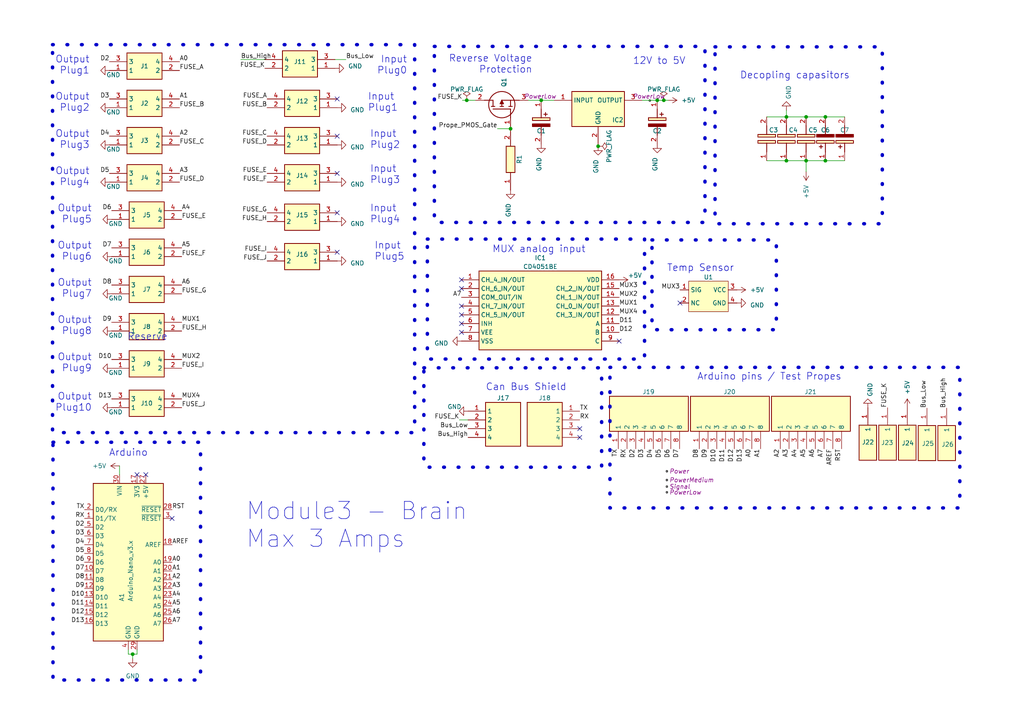
<source format=kicad_sch>
(kicad_sch (version 20230121) (generator eeschema)
  (paper "A4")
  (lib_symbols
    (symbol "515D225M100JA6AE3_1" (pin_names hide)
      (property "Reference" "C" (at 8.89 6.35 0))
      (property "Value" "515D225M100JA6AE3" (at 8.89 3.81 0))
      (symbol "515D225M100JA6AE3_1_1_1"
        (pin passive line (at 0 0 0) (length 2.54) (name "+") (number "1"))
        (pin passive line (at 12.7 0 180) (length 2.54) (name "-") (number "2"))
      )
    )
    (symbol "515D225M100JA6AE3_2" (pin_names hide)
      (property "Reference" "C" (at 8.89 6.35 0))
      (property "Value" "515D225M100JA6AE3" (at 8.89 3.81 0))
      (symbol "515D225M100JA6AE3_2_1_1"
        (pin passive line (at 0 0 0) (length 2.54) (name "+") (number "1"))
        (pin passive line (at 12.7 0 180) (length 2.54) (name "-") (number "2"))
      )
    )
    (symbol "515D225M100JA6AE3_3" (pin_names hide)
      (property "Reference" "C" (at 8.89 6.35 0))
      (property "Value" "515D225M100JA6AE3" (at 8.89 3.81 0))
      (symbol "515D225M100JA6AE3_3_1_1"
        (pin passive line (at 0 0 0) (length 2.54) (name "+") (number "1"))
        (pin passive line (at 12.7 0 180) (length 2.54) (name "-") (number "2"))
      )
    )
    (symbol "L7805CV-DG_1"
      (property "Reference" "IC" (at 6.35 7.62 0))
      (property "Value" "L7805CV-DG" (at 6.35 5.08 0))
      (symbol "L7805CV-DG_1_1_1"
        (pin passive line (at 0 0 0) (length 5.08) (name "INPUT") (number "1"))
        (pin passive line (at 12.7 -12.7 90) (length 5.08) (name "GND") (number "2"))
        (pin passive line (at 25.4 0 180) (length 5.08) (name "OUTPUT") (number "3"))
      )
    )
    (symbol "MCU_Module:Arduino_Nano_v3.x"
      (property "Reference" "A" (at -10.16 23.495 0))
      (property "Value" "Arduino_Nano_v3.x" (at 5.08 -24.13 0))
      (symbol "Arduino_Nano_v3.x_1_1"
        (pin bidirectional line (at -12.7 12.7 0) (length 2.54) (name "D1/TX") (number "1"))
        (pin bidirectional line (at -12.7 -2.54 0) (length 2.54) (name "D7") (number "10"))
        (pin bidirectional line (at -12.7 -5.08 0) (length 2.54) (name "D8") (number "11"))
        (pin bidirectional line (at -12.7 -7.62 0) (length 2.54) (name "D9") (number "12"))
        (pin bidirectional line (at -12.7 -10.16 0) (length 2.54) (name "D10") (number "13"))
        (pin bidirectional line (at -12.7 -12.7 0) (length 2.54) (name "D11") (number "14"))
        (pin bidirectional line (at -12.7 -15.24 0) (length 2.54) (name "D12") (number "15"))
        (pin bidirectional line (at -12.7 -17.78 0) (length 2.54) (name "D13") (number "16"))
        (pin power_out line (at 2.54 25.4 270) (length 2.54) (name "3V3") (number "17"))
        (pin input line (at 12.7 5.08 180) (length 2.54) (name "AREF") (number "18"))
        (pin bidirectional line (at 12.7 0 180) (length 2.54) (name "A0") (number "19"))
        (pin bidirectional line (at -12.7 15.24 0) (length 2.54) (name "D0/RX") (number "2"))
        (pin bidirectional line (at 12.7 -2.54 180) (length 2.54) (name "A1") (number "20"))
        (pin bidirectional line (at 12.7 -5.08 180) (length 2.54) (name "A2") (number "21"))
        (pin bidirectional line (at 12.7 -7.62 180) (length 2.54) (name "A3") (number "22"))
        (pin bidirectional line (at 12.7 -10.16 180) (length 2.54) (name "A4") (number "23"))
        (pin bidirectional line (at 12.7 -12.7 180) (length 2.54) (name "A5") (number "24"))
        (pin bidirectional line (at 12.7 -15.24 180) (length 2.54) (name "A6") (number "25"))
        (pin bidirectional line (at 12.7 -17.78 180) (length 2.54) (name "A7") (number "26"))
        (pin power_out line (at 5.08 25.4 270) (length 2.54) (name "+5V") (number "27"))
        (pin input line (at 12.7 15.24 180) (length 2.54) (name "~{RESET}") (number "28"))
        (pin power_in line (at 2.54 -25.4 90) (length 2.54) (name "GND") (number "29"))
        (pin input line (at 12.7 12.7 180) (length 2.54) (name "~{RESET}") (number "3"))
        (pin power_in line (at -2.54 25.4 270) (length 2.54) (name "VIN") (number "30"))
        (pin power_in line (at 0 -25.4 90) (length 2.54) (name "GND") (number "4"))
        (pin bidirectional line (at -12.7 10.16 0) (length 2.54) (name "D2") (number "5"))
        (pin bidirectional line (at -12.7 7.62 0) (length 2.54) (name "D3") (number "6"))
        (pin bidirectional line (at -12.7 5.08 0) (length 2.54) (name "D4") (number "7"))
        (pin bidirectional line (at -12.7 2.54 0) (length 2.54) (name "D5") (number "8"))
        (pin bidirectional line (at -12.7 0 0) (length 2.54) (name "D6") (number "9"))
      )
    )
    (symbol "SamacSys_Parts0:293-10K-RC" (pin_names hide)
      (property "Reference" "R" (at 8.2 0.9 0))
      (property "Value" "293-10K-RC" (at 2.54 3.81 0))
      (symbol "293-10K-RC_1_1"
        (pin passive line (at 0 0 0) (length 5.08) (name "1") (number "1"))
        (pin passive line (at 17.78 0 180) (length 5.08) (name "2") (number "2"))
      )
    )
    (symbol "SamacSys_Parts1:2314876-4"
      (property "Reference" "J" (at 16.51 7.62 0))
      (property "Value" "2314876-4" (at 16.51 5.08 0))
      (symbol "2314876-4_1_1"
        (pin passive line (at 0 0 0) (length 5.08) (name "1") (number "1"))
        (pin passive line (at 0 -2.54 0) (length 5.08) (name "2") (number "2"))
        (pin passive line (at 0 -5.08 0) (length 5.08) (name "3") (number "3"))
        (pin passive line (at 0 -7.62 0) (length 5.08) (name "4") (number "4"))
      )
    )
    (symbol "SamacSys_Parts1:39-28-1043"
      (property "Reference" "J" (at 16.51 7.62 0))
      (property "Value" "39-28-1043" (at 16.51 5.08 0))
      (symbol "39-28-1043_1_1"
        (pin passive line (at 0 0 0) (length 5.08) (name "1") (number "1"))
        (pin passive line (at 20.32 0 180) (length 5.08) (name "2") (number "2"))
        (pin passive line (at 0 -2.54 0) (length 5.08) (name "3") (number "3"))
        (pin passive line (at 20.32 -2.54 180) (length 5.08) (name "4") (number "4"))
      )
    )
    (symbol "SamacSys_Parts1:39-30-1040"
      (property "Reference" "J" (at 16.51 7.62 0))
      (property "Value" "39-30-1040" (at 16.51 5.08 0))
      (symbol "39-30-1040_1_1"
        (pin passive line (at 20.32 -2.54 180) (length 5.08) (name "1") (number "1"))
        (pin passive line (at 0 -2.54 0) (length 5.08) (name "2") (number "2"))
        (pin passive line (at 20.32 0 180) (length 5.08) (name "3") (number "3"))
        (pin passive line (at 0 0 0) (length 5.08) (name "4") (number "4"))
      )
    )
    (symbol "SamacSys_Parts1:87224-1"
      (property "Reference" "J" (at 16.51 7.62 0))
      (property "Value" "87224-1" (at 16.51 5.08 0))
      (symbol "87224-1_1_1"
        (pin passive line (at 0 0 0) (length 5.08) (name "1") (number "1"))
      )
    )
    (symbol "SamacSys_Parts1:CD4051BE"
      (property "Reference" "IC" (at 41.91 7.62 0))
      (property "Value" "CD4051BE" (at 41.91 5.08 0))
      (symbol "CD4051BE_1_1"
        (pin passive line (at 0 0 0) (length 5.08) (name "CH_4_IN/OUT") (number "1"))
        (pin passive line (at 45.72 -15.24 180) (length 5.08) (name "B") (number "10"))
        (pin passive line (at 45.72 -12.7 180) (length 5.08) (name "A") (number "11"))
        (pin passive line (at 45.72 -10.16 180) (length 5.08) (name "CH_3_IN/OUT") (number "12"))
        (pin passive line (at 45.72 -7.62 180) (length 5.08) (name "CH_0_IN/OUT") (number "13"))
        (pin passive line (at 45.72 -5.08 180) (length 5.08) (name "CH_1_IN/OUT") (number "14"))
        (pin passive line (at 45.72 -2.54 180) (length 5.08) (name "CH_2_IN/OUT") (number "15"))
        (pin passive line (at 45.72 0 180) (length 5.08) (name "VDD") (number "16"))
        (pin passive line (at 0 -2.54 0) (length 5.08) (name "CH_6_IN/OUT") (number "2"))
        (pin passive line (at 0 -5.08 0) (length 5.08) (name "COM_OUT/IN") (number "3"))
        (pin passive line (at 0 -7.62 0) (length 5.08) (name "CH_7_IN/OUT") (number "4"))
        (pin passive line (at 0 -10.16 0) (length 5.08) (name "CH_5_IN/OUT") (number "5"))
        (pin passive line (at 0 -12.7 0) (length 5.08) (name "INH") (number "6"))
        (pin passive line (at 0 -15.24 0) (length 5.08) (name "VEE") (number "7"))
        (pin passive line (at 0 -17.78 0) (length 5.08) (name "VSS") (number "8"))
        (pin passive line (at 45.72 -17.78 180) (length 5.08) (name "C") (number "9"))
      )
    )
    (symbol "SamacSys_Parts1:IRF4905PBF" (pin_names hide)
      (property "Reference" "Q" (at 11.43 3.81 0))
      (property "Value" "IRF4905PBF" (at 11.43 1.27 0))
      (symbol "IRF4905PBF_1_1"
        (pin passive line (at 0 0 0) (length 2.54) (name "G") (number "1"))
        (pin passive line (at 7.62 10.16 270) (length 2.54) (name "D") (number "2"))
        (pin passive line (at 7.62 -5.08 90) (length 2.54) (name "S") (number "3"))
      )
    )
    (symbol "SamacSys_Parts1:MAL214250102E3" (pin_names hide)
      (property "Reference" "C" (at 8.89 6.35 0))
      (property "Value" "MAL214250102E3" (at 8.89 3.81 0))
      (symbol "MAL214250102E3_1_1"
        (pin passive line (at 0 0 0) (length 2.54) (name "+") (number "1"))
        (pin passive line (at 12.7 0 180) (length 2.54) (name "-") (number "2"))
      )
    )
    (symbol "SamacSys_Parts1:SSW-108-02-G-S-RA-001"
      (property "Reference" "J" (at 16.51 7.62 0))
      (property "Value" "SSW-108-02-G-S-RA-001" (at 16.51 5.08 0))
      (symbol "SSW-108-02-G-S-RA-001_1_1"
        (pin passive line (at 0 0 0) (length 5.08) (name "1") (number "1"))
        (pin passive line (at 0 -2.54 0) (length 5.08) (name "2") (number "2"))
        (pin passive line (at 0 -5.08 0) (length 5.08) (name "3") (number "3"))
        (pin passive line (at 0 -7.62 0) (length 5.08) (name "4") (number "4"))
        (pin passive line (at 0 -10.16 0) (length 5.08) (name "5") (number "5"))
        (pin passive line (at 0 -12.7 0) (length 5.08) (name "6") (number "6"))
        (pin passive line (at 0 -15.24 0) (length 5.08) (name "7") (number "7"))
        (pin passive line (at 0 -17.78 0) (length 5.08) (name "8") (number "8"))
      )
    )
    (symbol "power:+5V" (power) (pin_names (offset 0))
      (property "Value" "+5V" (at 0 3.556 0))
      (symbol "+5V_1_1"
        (pin power_in line (at 0 0 90) (length 0) hide (name "+5V") (number "1"))
      )
    )
    (symbol "power:GND" (power) (pin_names (offset 0))
      (property "Value" "GND" (at 0 -3.81 0))
      (symbol "GND_1_1"
        (pin power_in line (at 0 0 270) (length 0) hide (name "GND") (number "1"))
      )
    )
    (symbol "power:PWR_FLAG" (power) (pin_numbers hide) (pin_names (offset 0) hide)
      (property "Value" "PWR_FLAG" (at 0 3.81 0))
      (symbol "PWR_FLAG_0_0"
        (pin power_out line (at 0 0 90) (length 0) (name "pwr") (number "1"))
      )
    )
    (symbol "sku_101020015:SKU_101020015"
      (property "Reference" "U1" (at 3.175 3.175 0))
      (symbol "SKU_101020015_1_1"
        (pin output line (at -5.08 0 0) (length 2.54) (name "SIG") (number "1"))
        (pin input line (at -5.08 -3.81 0) (length 2.54) (name "NC") (number "2"))
        (pin input line (at 11.43 0 180) (length 2.54) (name "VCC") (number "3"))
        (pin input line (at 11.43 -3.81 180) (length 2.54) (name "GND") (number "4"))
      )
    )
  )
  (junction (at 38.481 189.738))
  (junction (at 156.972 29.083))
  (junction (at 173.482 42.418))
  (junction (at 148.082 37.338))
  (junction (at 228.092 33.909))
  (junction (at 239.395 33.909))
  (junction (at 239.395 46.609))
  (junction (at 192.532 29.083))
  (junction (at 190.627 29.083))
  (junction (at 233.807 46.609))
  (junction (at 135.382 29.083))
  (junction (at 233.807 33.909))
  (junction (at 228.092 46.609))
  (no_connect (at 97.79 50.292))
  (no_connect (at 49.911 150.368))
  (no_connect (at 97.79 61.722))
  (no_connect (at 97.79 39.497))
  (no_connect (at 168.148 126.873))
  (no_connect (at 168.148 124.333))
  (no_connect (at 197.231 87.884))
  (no_connect (at 133.858 81.153))
  (no_connect (at 133.858 96.393))
  (no_connect (at 133.858 88.773))
  (no_connect (at 133.858 83.693))
  (no_connect (at 133.858 93.853))
  (no_connect (at 133.858 91.313))
  (no_connect (at 42.291 137.668))
  (no_connect (at 97.79 28.702))
  (no_connect (at 39.751 137.668))
  (no_connect (at 97.79 73.152))
  (no_connect (at 179.578 98.933))
  (wire (pts (xy 100.33 17.272) (xy 97.155 17.272)))
  (wire (pts (xy 233.807 46.609) (xy 233.807 49.784)))
  (wire (pts (xy 144.272 37.338) (xy 148.082 37.338)))
  (wire (pts (xy 190.627 29.083) (xy 192.532 29.083)))
  (wire (pts (xy 38.481 189.738) (xy 38.481 191.008)))
  (wire (pts (xy 37.211 189.738) (xy 38.481 189.738)))
  (wire (pts (xy 228.092 33.909) (xy 233.807 33.909)))
  (wire (pts (xy 148.082 36.703) (xy 148.082 37.338)))
  (wire (pts (xy 39.751 189.738) (xy 39.751 188.468)))
  (wire (pts (xy 37.211 189.738) (xy 37.211 188.468)))
  (wire (pts (xy 133.223 121.793) (xy 135.763 121.793)))
  (wire (pts (xy 38.481 189.738) (xy 39.751 189.738)))
  (wire (pts (xy 137.922 29.083) (xy 135.382 29.083)))
  (wire (pts (xy 153.162 29.083) (xy 156.972 29.083)))
  (wire (pts (xy 192.532 29.083) (xy 193.802 29.083)))
  (wire (pts (xy 135.382 29.083) (xy 134.112 29.083)))
  (wire (pts (xy 233.807 33.909) (xy 239.395 33.909)))
  (wire (pts (xy 186.182 29.083) (xy 190.627 29.083)))
  (wire (pts (xy 228.092 46.609) (xy 233.807 46.609)))
  (wire (pts (xy 228.092 32.004) (xy 228.092 33.909)))
  (wire (pts (xy 222.377 33.909) (xy 228.092 33.909)))
  (wire (pts (xy 239.395 46.609) (xy 244.983 46.609)))
  (wire (pts (xy 233.807 46.609) (xy 239.395 46.609)))
  (wire (pts (xy 222.377 46.609) (xy 228.092 46.609)))
  (wire (pts (xy 76.835 17.272) (xy 69.85 17.272)))
  (wire (pts (xy 239.395 33.909) (xy 244.983 33.909)))
  (wire (pts (xy 156.972 29.083) (xy 160.782 29.083)))
  (wire (pts (xy 34.671 135.128) (xy 34.671 137.668)))
  (wire (pts (xy 173.482 41.783) (xy 173.482 42.418)))
  (rectangle (start 207.391 13.589) (end 255.905 64.897) (stroke (width 1) (type dot)))
  (rectangle (start 15.367 128.27) (end 58.166 197.231) (stroke (width 1) (type dot)))
  (rectangle (start 176.911 106.553) (end 278.384 147.32) (stroke (width 1) (type dot)))
  (rectangle (start 125.984 13.462) (end 204.47 64.516) (stroke (width 1) (type dot)))
  (rectangle (start 122.936 106.68) (end 174.498 135.509) (stroke (width 1) (type dot)))
  (rectangle (start 15.24 12.954) (end 120.269 125.476) (stroke (width 1) (type dot)))
  (rectangle (start 123.952 69.342) (end 186.944 104.14) (stroke (width 1) (type dot)))
  (rectangle (start 189.103 69.596) (end 225.171 95.631) (stroke (width 1) (type dot)))
  (text "Output\nPlug5" (at 26.67 64.897 0) (effects (font (size 2 2)) (justify right bottom)))
  (text "Output\nPlug9" (at 26.67 108.077 0) (effects (font (size 2 2)) (justify right bottom)))
  (text "Input\nPlug0" (at 118.11 21.717 0) (effects (font (size 2 2)) (justify right bottom)))
  (text "Output\nPlug8" (at 26.67 97.282 0) (effects (font (size 2 2)) (justify right bottom)))
  (text "Arduino" (at 42.926 132.588 0) (effects (font (size 2 2)) (justify right bottom)))
  (text "Input\nPlug5" (at 108.585 75.692 0) (effects (font (size 2 2)) (justify left bottom)))
  (text "Output\nPlug10" (at 26.67 119.507 0) (effects (font (size 2 2)) (justify right bottom)))
  (text "Arduino pins / Test Propes" (at 202.184 110.49 0) (effects (font (size 2 2)) (justify left bottom)))
  (text "Output\nPlug1" (at 26.035 21.717 0) (effects (font (size 2 2)) (justify right bottom)))
  (text "Module3 - Brain\nMax 3 Amps\n\n" (at 71.247 167.386 0) (effects (font (size 5 5)) (justify left bottom)))
  (text "Temp Sensor" (at 193.421 78.994 0) (effects (font (size 2 2)) (justify left bottom)))
  (text "Reserve" (at 48.641 98.933 0) (effects (font (size 2 2)) (justify right bottom)))
  (text "Output\nPlug7" (at 26.67 86.487 0) (effects (font (size 2 2)) (justify right bottom)))
  (text "Output\nPlug4" (at 26.035 54.102 0) (effects (font (size 2 2)) (justify right bottom)))
  (text "Reverse Voltage\nProtection" (at 154.432 21.463 0) (effects (font (size 2 2)) (justify right bottom)))
  (text "Output\nPlug6" (at 26.67 75.692 0) (effects (font (size 2 2)) (justify right bottom)))
  (text "Output\nPlug2" (at 26.035 32.512 0) (effects (font (size 2 2)) (justify right bottom)))
  (text "Input\nPlug2" (at 107.315 43.307 0) (effects (font (size 2 2)) (justify left bottom)))
  (text "Input\nPlug3" (at 107.315 53.467 0) (effects (font (size 2 2)) (justify left bottom)))
  (text "12V to 5V" (at 198.882 18.923 0) (effects (font (size 2 2)) (justify right bottom)))
  (text "Can Bus Shield" (at 140.843 113.538 0) (effects (font (size 2 2)) (justify left bottom)))
  (text "Output\nPlug3" (at 26.035 43.307 0) (effects (font (size 2 2)) (justify right bottom)))
  (text "MUX analog input" (at 142.748 73.533 0) (effects (font (size 2 2)) (justify left bottom)))
  (text "Decopling capasitors" (at 246.507 23.114 0) (effects (font (size 2 2)) (justify right bottom)))
  (text "Input\nPlug1" (at 106.68 32.512 0) (effects (font (size 2 2)) (justify left bottom)))
  (text "Input\nPlug4" (at 107.315 64.897 0) (effects (font (size 2 2)) (justify left bottom)))
  (label "D13" (at 24.511 180.848 180))
  (label "MUX3" (at 197.231 84.074 180))
  (label "A5" (at 52.705 71.882 0))
  (label "D12" (at 179.578 96.393 0))
  (label "MUX2" (at 179.578 86.233 0))
  (label "MUX3" (at 179.578 83.693 0))
  (label "Bus_Low" (at 100.33 17.272 0))
  (label "D11" (at 24.511 175.768 180))
  (label "D4" (at 24.511 157.988 180))
  (label "D10" (at 32.385 104.267 180))
  (label "TX" (at 24.511 147.828 180))
  (label "FUSE_A" (at 77.47 28.702 180))
  (label "Bus_High" (at 274.574 118.364 90))
  (label "A5" (at 233.934 130.175 270))
  (label "D3" (at 31.75 28.702 180))
  (label "A1" (at 52.07 28.702 0))
  (label "FUSE_G" (at 77.47 61.722 180))
  (label "FUSE_E" (at 77.47 50.292 180))
  (label "A3" (at 228.854 130.175 270))
  (label "D9" (at 24.511 170.688 180))
  (label "D11" (at 179.578 93.853 0))
  (label "FUSE_J" (at 77.47 75.692 180))
  (label "FUSE_J" (at 52.705 118.237 0))
  (label "D6" (at 32.385 61.087 180))
  (label "D13" (at 32.385 115.697 180))
  (label "D4" (at 189.484 130.175 270))
  (label "A6" (at 49.911 178.308 0))
  (label "FUSE_C" (at 52.07 42.037 0))
  (label "MUX2" (at 52.705 104.267 0))
  (label "D5" (at 31.75 50.292 180))
  (label "FUSE_F" (at 52.705 74.422 0))
  (label "AREF" (at 241.554 130.175 270))
  (label "D2" (at 24.511 152.908 180))
  (label "D3" (at 24.511 155.448 180))
  (label "D6" (at 24.511 163.068 180))
  (label "FUSE_D" (at 77.47 42.037 180))
  (label "D13" (at 215.519 130.175 270))
  (label "FUSE_F" (at 77.47 52.832 180))
  (label "D9" (at 205.359 130.175 270))
  (label "A2" (at 226.314 130.175 270))
  (label "D2" (at 184.404 130.175 270))
  (label "Bus_High" (at 135.763 126.873 180))
  (label "A6" (at 52.705 82.677 0))
  (label "D12" (at 212.979 130.175 270))
  (label "A7" (at 49.911 180.848 0))
  (label "FUSE_D" (at 52.07 52.832 0))
  (label "D12" (at 24.511 178.308 180))
  (label "D9" (at 32.385 93.472 180))
  (label "D8" (at 202.819 130.175 270))
  (label "FUSE_I" (at 77.47 73.152 180))
  (label "A4" (at 52.705 61.087 0))
  (label "Bus_Low" (at 135.763 124.333 180))
  (label "FUSE_K" (at 76.835 19.812 180))
  (label "MUX4" (at 179.578 91.313 0))
  (label "FUSE_E" (at 52.705 63.627 0))
  (label "FUSE_I" (at 52.705 106.807 0))
  (label "A1" (at 49.911 165.608 0))
  (label "Bus_Low" (at 268.859 118.364 90))
  (label "D3" (at 186.944 130.175 270))
  (label "A2" (at 52.07 39.497 0))
  (label "D2" (at 31.75 17.907 180))
  (label "A0" (at 49.911 163.068 0))
  (label "D11" (at 210.439 130.175 270))
  (label "D5" (at 24.511 160.528 180))
  (label "RX" (at 24.511 150.368 180))
  (label "FUSE_A" (at 52.07 20.447 0))
  (label "D7" (at 197.104 130.175 270))
  (label "Bus_High" (at 69.85 17.272 0))
  (label "D8" (at 32.385 82.677 180))
  (label "FUSE_H" (at 52.705 96.012 0))
  (label "A5" (at 49.911 175.768 0))
  (label "MUX1" (at 52.705 93.472 0))
  (label "RX" (at 181.864 130.175 270))
  (label "A3" (at 49.911 170.688 0))
  (label "D8" (at 24.511 168.148 180))
  (label "Prope_PMOS_Gate" (at 144.272 37.338 180))
  (label "A6" (at 236.474 130.175 270))
  (label "RST" (at 49.911 147.828 0))
  (label "TX" (at 179.324 130.175 270))
  (label "A7" (at 239.014 130.175 270))
  (label "D6" (at 194.564 130.175 270))
  (label "A3" (at 52.07 50.292 0))
  (label "RST" (at 244.094 130.175 270))
  (label "FUSE_H" (at 77.47 64.262 180))
  (label "MUX1" (at 179.578 88.773 0))
  (label "FUSE_C" (at 77.47 39.497 180))
  (label "A2" (at 49.911 168.148 0))
  (label "A0" (at 218.059 130.175 270))
  (label "D7" (at 32.385 71.882 180))
  (label "D7" (at 24.511 165.608 180))
  (label "FUSE_K" (at 133.223 121.793 180))
  (label "A7" (at 133.858 86.233 180))
  (label "FUSE_B" (at 77.47 31.242 180))
  (label "A4" (at 49.911 173.228 0))
  (label "MUX4" (at 52.705 115.697 0))
  (label "A1" (at 220.599 130.175 270))
  (label "FUSE_K" (at 134.112 29.083 180))
  (label "D5" (at 192.024 130.175 270))
  (label "FUSE_K" (at 257.429 118.237 90))
  (label "AREF" (at 49.911 157.988 0))
  (label "A4" (at 231.394 130.175 270))
  (label "D4" (at 31.75 39.497 180))
  (label "TX" (at 168.148 119.253 0))
  (label "FUSE_B" (at 52.07 31.242 0))
  (label "A0" (at 52.07 17.907 0))
  (label "FUSE_G" (at 52.705 85.217 0))
  (label "D10" (at 207.899 130.175 270))
  (label "RX" (at 168.148 121.793 0))
  (label "D10" (at 24.511 173.228 180))
  (netclass_flag "" (length 0.1) (shape dot) (at 188.468 29.083 180) (property "Netclass" "PowerLow" (at 183.515 27.94 0) (effects (font italic) (justify left))))
  (netclass_flag "" (length 0.1) (shape dot) (at 193.421 136.779 0) (property "Power" "Power" (at 194.1195 136.679 0) (effects (font italic) (justify left))))
  (netclass_flag "" (length 0.1) (shape dot) (at 193.421 141.224 0) (property "Signal" "Signal" (at 194.1195 141.124 0) (effects (font italic) (justify left))))
  (netclass_flag "" (length 0.1) (shape dot) (at 193.421 139.319 0) (property "PowerMedium" "PowerMedium" (at 194.1195 139.219 0) (effects (font italic) (justify left))))
  (netclass_flag "" (length 0.1) (shape dot) (at 156.972 29.083 180) (property "Netclass" "PowerLow" (at 152.019 27.94 0) (effects (font italic) (justify left))))
  (netclass_flag "" (length 0.1) (shape dot) (at 193.421 142.875 0) (property "PowerLow" "PowerLow" (at 194.1195 142.775 0) (effects (font italic) (justify left))))
  (symbol (lib_id "power:GND") (at 97.79 31.242 90) (unit 1)
    (property "Reference" "#PWR014" (effects hide))
    (property "Value" "GND" (at 101.6 31.877 90) (effects (justify right)))
  )
  (symbol (lib_id "power:PWR_FLAG") (at 173.482 42.418 270) (mirror x) (unit 1)
    (property "Reference" "#FLG02" (effects hide))
    (property "Value" "PWR_FLAG" (at 176.657 42.418 0))
  )
  (symbol (lib_id "SamacSys_Parts1:39-28-1043") (at 32.385 96.012 0) (mirror x) (unit 1)
    (property "Reference" "J8" (at 42.545 94.742 0))
    (property "Value" "39-28-1043" (effects hide))
    (property "Footprint" "39-28-1043" (effects hide))
    (property "Datasheet" "https://www.molex.com/pdm_docs/sd/039281023_sd.pdf" (effects hide))
    (property "Height" "12.8" (effects hide))
    (property "Manufacturer_Name" "Molex" (effects hide))
    (property "Manufacturer_Part_Number" "39-28-1043" (effects hide))
    (property "Mouser Part Number" "538-39-28-1043" (effects hide))
    (property "Mouser Price/Stock" "https://www.mouser.co.uk/ProductDetail/Molex/39-28-1043?qs=LQQHZ4xw2XCMHoV0KRLGhg%3D%3D" (effects hide))
    (property "Arrow Part Number" "39-28-1043" (effects hide))
    (property "Arrow Price/Stock" "https://www.arrow.com/en/products/39-28-1043/molex?region=nac" (effects hide))
  )
  (symbol (lib_name "L7805CV-DG_1") (lib_id "SamacSys_Parts1:L7805CV-DG") (at 160.782 29.083 0) (unit 1)
    (property "Reference" "IC2" (at 179.197 34.798 0))
    (property "Value" "L7805CV-DG" (effects hide))
    (property "Footprint" "TO255P460X1020X2008-3P" (effects hide))
    (property "Datasheet" "http://www.st.com/web/en/resource/technical/document/datasheet/CD00000444.pdf" (effects hide))
    (property "Height" "4.6" (effects hide))
    (property "Manufacturer_Name" "STMicroelectronics" (effects hide))
    (property "Manufacturer_Part_Number" "L7805CV-DG" (effects hide))
    (property "Mouser Part Number" "511-L7805CV-DG" (effects hide))
    (property "Mouser Price/Stock" "https://www.mouser.co.uk/ProductDetail/STMicroelectronics/L7805CV-DG?qs=T%2FOtf55vL7c3O0as9P9fAw%3D%3D" (effects hide))
    (property "Arrow Part Number" "L7805CV-DG" (effects hide))
    (property "Arrow Price/Stock" "https://www.arrow.com/en/products/l7805cv-dg/stmicroelectronics?region=europe" (effects hide))
  )
  (symbol (lib_id "SamacSys_Parts1:2314876-4") (at 168.148 119.253 0) (mirror y) (unit 1)
    (property "Reference" "J18" (at 157.988 115.443 0))
    (property "Value" "2314876-4" (effects hide))
    (property "Footprint" "RHDR4W60P0X200_1X4_800X500X450P" (effects hide))
    (property "Datasheet" "https://www.te.com/commerce/DocumentDelivery/DDEController?Action=showdoc&DocId=Customer+Drawing%7F2307764%7FA%7Fpdf%7FEnglish%7FENG_CD_2307764_A.pdf%7F1-2314876-0" (effects hide))
    (property "Height" "4.5" (effects hide))
    (property "Manufacturer_Name" "TE Connectivity" (effects hide))
    (property "Manufacturer_Part_Number" "2314876-4" (effects hide))
    (property "Mouser Part Number" "571-2314876-4" (effects hide))
    (property "Mouser Price/Stock" "https://www.mouser.co.uk/ProductDetail/TE-Connectivity/2314876-4?qs=P1JMDcb91o4TFb9wMuu7lg%3D%3D" (effects hide))
    (property "Arrow Part Number" "2314876-4" (effects hide))
    (property "Arrow Price/Stock" "https://www.arrow.com/en/products/2314876-4/te-connectivity" (effects hide))
  )
  (symbol (lib_id "power:GND") (at 148.082 55.118 0) (mirror y) (unit 1)
    (property "Reference" "#PWR021" (effects hide))
    (property "Value" "GND" (at 147.447 58.928 90) (effects (justify right)))
  )
  (symbol (lib_id "SamacSys_Parts1:87224-1") (at 257.429 118.237 90) (mirror x) (unit 1)
    (property "Reference" "J23" (at 255.524 128.397 90) (effects (justify right)))
    (property "Value" "87224-1" (effects hide))
    (property "Footprint" "HDRV1W66P0X254_1X1_213X254X1074P" (effects hide))
    (property "Datasheet" "https://www.te.com/commerce/DocumentDelivery/DDEController?Action=srchrtrv&DocNm=87224&DocType=Customer+Drawing&DocLang=English" (effects hide))
    (property "Height" "10.744" (effects hide))
    (property "Manufacturer_Name" "TE Connectivity" (effects hide))
    (property "Manufacturer_Part_Number" "87224-1" (effects hide))
    (property "Mouser Part Number" "571-872241" (effects hide))
    (property "Mouser Price/Stock" "https://www.mouser.co.uk/ProductDetail/TE-Connectivity/87224-1?qs=uJX40y%252BSWqgHHhtbHlovpg%3D%3D" (effects hide))
    (property "Arrow Part Number" "87224-1" (effects hide))
    (property "Arrow Price/Stock" "https://www.arrow.com/en/products/87224-1/te-connectivity?region=nac" (effects hide))
  )
  (symbol (lib_id "power:GND") (at 32.385 106.807 270) (unit 1)
    (property "Reference" "#PWR09" (effects hide))
    (property "Value" "GND" (at 35.56 108.077 90) (effects (justify right)))
  )
  (symbol (lib_id "SamacSys_Parts1:39-30-1040") (at 77.47 28.702 0) (unit 1)
    (property "Reference" "J12" (at 87.63 29.337 0))
    (property "Value" "39-30-1040" (effects hide))
    (property "Footprint" "39-30-104Y" (effects hide))
    (property "Datasheet" "https://www.molex.com/pdm_docs/sd/039300020_sd.pdf" (effects hide))
    (property "Height" "10" (effects hide))
    (property "Manufacturer_Name" "Molex" (effects hide))
    (property "Manufacturer_Part_Number" "39-30-1040" (effects hide))
    (property "Mouser Part Number" "538-39-30-1040" (effects hide))
    (property "Mouser Price/Stock" "https://www.mouser.co.uk/ProductDetail/Molex/39-30-1040?qs=tRPrwvvr%2FugKtPXHFlZTbg%3D%3D" (effects hide))
  )
  (symbol (lib_id "SamacSys_Parts1:39-28-1043") (at 31.75 52.832 0) (mirror x) (unit 1)
    (property "Reference" "J4" (at 41.91 51.562 0))
    (property "Value" "39-28-1043" (effects hide))
    (property "Footprint" "39-28-1043" (effects hide))
    (property "Datasheet" "https://www.molex.com/pdm_docs/sd/039281023_sd.pdf" (effects hide))
    (property "Height" "12.8" (effects hide))
    (property "Manufacturer_Name" "Molex" (effects hide))
    (property "Manufacturer_Part_Number" "39-28-1043" (effects hide))
    (property "Mouser Part Number" "538-39-28-1043" (effects hide))
    (property "Mouser Price/Stock" "https://www.mouser.co.uk/ProductDetail/Molex/39-28-1043?qs=LQQHZ4xw2XCMHoV0KRLGhg%3D%3D" (effects hide))
    (property "Arrow Part Number" "39-28-1043" (effects hide))
    (property "Arrow Price/Stock" "https://www.arrow.com/en/products/39-28-1043/molex?region=nac" (effects hide))
  )
  (symbol (lib_id "power:+5V") (at 193.802 29.083 270) (mirror x) (unit 1)
    (property "Reference" "#PWR026" (effects hide))
    (property "Value" "+5V" (at 197.612 29.083 90) (effects (justify left)))
  )
  (symbol (lib_id "power:GND") (at 97.79 42.037 90) (unit 1)
    (property "Reference" "#PWR015" (effects hide))
    (property "Value" "GND" (at 101.6 42.672 90) (effects (justify right)))
  )
  (symbol (lib_id "SamacSys_Parts1:39-28-1043") (at 32.385 106.807 0) (mirror x) (unit 1)
    (property "Reference" "J9" (at 42.545 105.537 0))
    (property "Value" "39-28-1043" (effects hide))
    (property "Footprint" "39-28-1043" (effects hide))
    (property "Datasheet" "https://www.molex.com/pdm_docs/sd/039281023_sd.pdf" (effects hide))
    (property "Height" "12.8" (effects hide))
    (property "Manufacturer_Name" "Molex" (effects hide))
    (property "Manufacturer_Part_Number" "39-28-1043" (effects hide))
    (property "Mouser Part Number" "538-39-28-1043" (effects hide))
    (property "Mouser Price/Stock" "https://www.mouser.co.uk/ProductDetail/Molex/39-28-1043?qs=LQQHZ4xw2XCMHoV0KRLGhg%3D%3D" (effects hide))
    (property "Arrow Part Number" "39-28-1043" (effects hide))
    (property "Arrow Price/Stock" "https://www.arrow.com/en/products/39-28-1043/molex?region=nac" (effects hide))
  )
  (symbol (lib_name "515D225M100JA6AE3_3") (lib_id "SamacSys_Parts1:515D225M100JA6AE3") (at 222.377 46.609 270) (mirror x) (unit 1)
    (property "Reference" "C3" (at 223.012 37.719 90) (effects (justify left)))
    (property "Value" "515D225M100JA6AE3" (effects hide))
    (property "Footprint" "CAPPRD200W50D500H1100" (effects hide))
    (property "Datasheet" "https://www.mouser.co.uk/datasheet/2/427/515d-2888807.pdf" (effects hide))
    (property "Height" "11" (effects hide))
    (property "Manufacturer_Name" "Vishay" (effects hide))
    (property "Manufacturer_Part_Number" "515D225M100JA6AE3" (effects hide))
    (property "Mouser Part Number" "75-515D225M100JA6AE3" (effects hide))
    (property "Mouser Price/Stock" "https://www.mouser.co.uk/ProductDetail/Vishay-Sprague/515D225M100JA6AE3/?qs=HDhZcL5REib4kdCuo%252BiXNQ%3D%3D" (effects hide))
  )
  (symbol (lib_id "SamacSys_Parts1:39-28-1043") (at 31.75 31.242 0) (mirror x) (unit 1)
    (property "Reference" "J2" (at 41.91 29.972 0))
    (property "Value" "39-28-1043" (effects hide))
    (property "Footprint" "39-28-1043" (effects hide))
    (property "Datasheet" "https://www.molex.com/pdm_docs/sd/039281023_sd.pdf" (effects hide))
    (property "Height" "12.8" (effects hide))
    (property "Manufacturer_Name" "Molex" (effects hide))
    (property "Manufacturer_Part_Number" "39-28-1043" (effects hide))
    (property "Mouser Part Number" "538-39-28-1043" (effects hide))
    (property "Mouser Price/Stock" "https://www.mouser.co.uk/ProductDetail/Molex/39-28-1043?qs=LQQHZ4xw2XCMHoV0KRLGhg%3D%3D" (effects hide))
    (property "Arrow Part Number" "39-28-1043" (effects hide))
    (property "Arrow Price/Stock" "https://www.arrow.com/en/products/39-28-1043/molex?region=nac" (effects hide))
  )
  (symbol (lib_id "SamacSys_Parts1:87224-1") (at 251.714 118.237 90) (mirror x) (unit 1)
    (property "Reference" "J22" (at 249.936 128.27 90) (effects (justify right)))
    (property "Value" "87224-1" (effects hide))
    (property "Footprint" "HDRV1W66P0X254_1X1_213X254X1074P" (effects hide))
    (property "Datasheet" "https://www.te.com/commerce/DocumentDelivery/DDEController?Action=srchrtrv&DocNm=87224&DocType=Customer+Drawing&DocLang=English" (effects hide))
    (property "Height" "10.744" (effects hide))
    (property "Manufacturer_Name" "TE Connectivity" (effects hide))
    (property "Manufacturer_Part_Number" "87224-1" (effects hide))
    (property "Mouser Part Number" "571-872241" (effects hide))
    (property "Mouser Price/Stock" "https://www.mouser.co.uk/ProductDetail/TE-Connectivity/87224-1?qs=uJX40y%252BSWqgHHhtbHlovpg%3D%3D" (effects hide))
    (property "Arrow Part Number" "87224-1" (effects hide))
    (property "Arrow Price/Stock" "https://www.arrow.com/en/products/87224-1/te-connectivity?region=nac" (effects hide))
  )
  (symbol (lib_id "power:GND") (at 32.385 96.012 270) (unit 1)
    (property "Reference" "#PWR08" (effects hide))
    (property "Value" "GND" (at 35.56 97.282 90) (effects (justify right)))
  )
  (symbol (lib_id "power:GND") (at 32.385 74.422 270) (unit 1)
    (property "Reference" "#PWR06" (effects hide))
    (property "Value" "GND" (at 35.56 75.692 90) (effects (justify right)))
  )
  (symbol (lib_id "power:+5V") (at 233.807 49.784 0) (mirror x) (unit 1)
    (property "Reference" "#PWR030" (effects hide))
    (property "Value" "+5V" (at 233.807 53.594 90) (effects (justify left)))
  )
  (symbol (lib_id "power:GND") (at 213.741 87.884 90) (unit 1)
    (property "Reference" "#PWR028" (effects hide))
    (property "Value" "GND" (at 217.551 88.519 90) (effects (justify right)))
  )
  (symbol (lib_id "power:GND") (at 97.155 19.812 90) (unit 1)
    (property "Reference" "#PWR013" (effects hide))
    (property "Value" "GND" (at 100.965 19.177 90) (effects (justify right)))
  )
  (symbol (lib_id "SamacSys_Parts1:39-30-1040") (at 76.835 17.272 0) (unit 1)
    (property "Reference" "J11" (at 86.995 17.907 0))
    (property "Value" "39-30-1040" (effects hide))
    (property "Footprint" "39-30-104Y" (effects hide))
    (property "Datasheet" "https://www.molex.com/pdm_docs/sd/039300020_sd.pdf" (effects hide))
    (property "Height" "10" (effects hide))
    (property "Manufacturer_Name" "Molex" (effects hide))
    (property "Manufacturer_Part_Number" "39-30-1040" (effects hide))
    (property "Mouser Part Number" "538-39-30-1040" (effects hide))
    (property "Mouser Price/Stock" "https://www.mouser.co.uk/ProductDetail/Molex/39-30-1040?qs=tRPrwvvr%2FugKtPXHFlZTbg%3D%3D" (effects hide))
  )
  (symbol (lib_id "power:GND") (at 31.75 20.447 270) (unit 1)
    (property "Reference" "#PWR01" (effects hide))
    (property "Value" "GND" (at 34.925 21.717 90) (effects (justify right)))
  )
  (symbol (lib_id "power:GND") (at 156.972 41.783 0) (mirror y) (unit 1)
    (property "Reference" "#PWR022" (effects hide))
    (property "Value" "GND" (at 156.337 45.593 90) (effects (justify right)))
  )
  (symbol (lib_id "SamacSys_Parts1:CD4051BE") (at 133.858 81.153 0) (unit 1)
    (property "Reference" "IC1" (at 156.718 74.803 0))
    (property "Value" "CD4051BE" (at 156.718 77.343 0))
    (property "Footprint" "Import:DIP794W53P254L1930H508Q16N" (effects hide))
    (property "Datasheet" "https://www.ti.com/lit/ds/symlink/cd4051b.pdf" (effects hide))
    (property "Height" "5" (effects hide))
    (property "Manufacturer_Name" "  (at -3.81 -8.89)" (effects hide))
    (property "Manufacturer_Part_Number" "  (descr \"A 16-LC-TT\")" (effects hide))
    (property "Mouser Part Number" "  (tags \"Connector\")" (effects hide))
    (property "Mouser Price/Stock" "  (attr through_hole)" (effects hide))
    (property "Arrow Part Number" "  (fp_text reference \"J**\" (at 0 0) (layer \"F.SilkS\")" (effects hide))
    (property "Arrow Price/Stock" "      (effects (font (size 1.27 1.27) (thickness 0.254)))" (effects hide))
  )
  (symbol (lib_id "power:+5V") (at 263.144 118.237 0) (mirror y) (unit 1)
    (property "Reference" "#PWR032" (effects hide))
    (property "Value" "+5V" (at 263.144 114.427 90) (effects (justify left)))
  )
  (symbol (lib_id "SamacSys_Parts1:87224-1") (at 263.144 118.237 90) (mirror x) (unit 1)
    (property "Reference" "J24" (at 261.493 128.524 90) (effects (justify right)))
    (property "Value" "87224-1" (effects hide))
    (property "Footprint" "HDRV1W66P0X254_1X1_213X254X1074P" (effects hide))
    (property "Datasheet" "https://www.te.com/commerce/DocumentDelivery/DDEController?Action=srchrtrv&DocNm=87224&DocType=Customer+Drawing&DocLang=English" (effects hide))
    (property "Height" "10.744" (effects hide))
    (property "Manufacturer_Name" "TE Connectivity" (effects hide))
    (property "Manufacturer_Part_Number" "87224-1" (effects hide))
    (property "Mouser Part Number" "571-872241" (effects hide))
    (property "Mouser Price/Stock" "https://www.mouser.co.uk/ProductDetail/TE-Connectivity/87224-1?qs=uJX40y%252BSWqgHHhtbHlovpg%3D%3D" (effects hide))
    (property "Arrow Part Number" "87224-1" (effects hide))
    (property "Arrow Price/Stock" "https://www.arrow.com/en/products/87224-1/te-connectivity?region=nac" (effects hide))
  )
  (symbol (lib_id "power:GND") (at 32.385 118.237 270) (unit 1)
    (property "Reference" "#PWR010" (effects hide))
    (property "Value" "GND" (at 35.56 119.507 90) (effects (justify right)))
  )
  (symbol (lib_id "power:GND") (at 97.79 52.832 90) (unit 1)
    (property "Reference" "#PWR016" (effects hide))
    (property "Value" "GND" (at 101.6 53.467 90) (effects (justify right)))
  )
  (symbol (lib_id "power:GND") (at 32.385 63.627 270) (unit 1)
    (property "Reference" "#PWR05" (effects hide))
    (property "Value" "GND" (at 35.56 64.897 90) (effects (justify right)))
  )
  (symbol (lib_id "SamacSys_Parts1:87224-1") (at 274.574 118.364 90) (mirror x) (unit 1)
    (property "Reference" "J26" (at 273.05 128.905 90) (effects (justify right)))
    (property "Value" "87224-1" (effects hide))
    (property "Footprint" "HDRV1W66P0X254_1X1_213X254X1074P" (effects hide))
    (property "Datasheet" "https://www.te.com/commerce/DocumentDelivery/DDEController?Action=srchrtrv&DocNm=87224&DocType=Customer+Drawing&DocLang=English" (effects hide))
    (property "Height" "10.744" (effects hide))
    (property "Manufacturer_Name" "TE Connectivity" (effects hide))
    (property "Manufacturer_Part_Number" "87224-1" (effects hide))
    (property "Mouser Part Number" "571-872241" (effects hide))
    (property "Mouser Price/Stock" "https://www.mouser.co.uk/ProductDetail/TE-Connectivity/87224-1?qs=uJX40y%252BSWqgHHhtbHlovpg%3D%3D" (effects hide))
    (property "Arrow Part Number" "87224-1" (effects hide))
    (property "Arrow Price/Stock" "https://www.arrow.com/en/products/87224-1/te-connectivity?region=nac" (effects hide))
  )
  (symbol (lib_id "power:GND") (at 32.385 85.217 270) (unit 1)
    (property "Reference" "#PWR07" (effects hide))
    (property "Value" "GND" (at 35.56 86.487 90) (effects (justify right)))
  )
  (symbol (lib_id "power:GND") (at 190.627 41.783 0) (mirror y) (unit 1)
    (property "Reference" "#PWR025" (effects hide))
    (property "Value" "GND" (at 189.992 45.593 90) (effects (justify right)))
  )
  (symbol (lib_id "power:GND") (at 31.75 31.242 270) (unit 1)
    (property "Reference" "#PWR02" (effects hide))
    (property "Value" "GND" (at 34.925 32.512 90) (effects (justify right)))
  )
  (symbol (lib_id "sku_101020015:SKU_101020015") (at 202.311 84.074 0) (unit 1)
    (property "Reference" "U1" (at 205.486 80.391 0))
    (property "Footprint" "Costum:SKU_101020015" (effects hide))
    (property "Datasheet" "https://componentsearchengine.com/model-request/101020015/Seeed%20Studio" (effects hide))
  )
  (symbol (lib_id "power:+5V") (at 34.671 135.128 90) (mirror x) (unit 1)
    (property "Reference" "#PWR011" (effects hide))
    (property "Value" "+5V" (at 30.861 135.128 90) (effects (justify left)))
  )
  (symbol (lib_id "power:+5V") (at 179.578 81.153 270) (mirror x) (unit 1)
    (property "Reference" "#PWR024" (effects hide))
    (property "Value" "+5V" (at 182.118 79.883 90) (effects (justify left)))
  )
  (symbol (lib_id "SamacSys_Parts1:39-28-1043") (at 32.385 74.422 0) (mirror x) (unit 1)
    (property "Reference" "J6" (at 42.545 73.152 0))
    (property "Value" "39-28-1043" (effects hide))
    (property "Footprint" "39-28-1043" (effects hide))
    (property "Datasheet" "https://www.molex.com/pdm_docs/sd/039281023_sd.pdf" (effects hide))
    (property "Height" "12.8" (effects hide))
    (property "Manufacturer_Name" "Molex" (effects hide))
    (property "Manufacturer_Part_Number" "39-28-1043" (effects hide))
    (property "Mouser Part Number" "538-39-28-1043" (effects hide))
    (property "Mouser Price/Stock" "https://www.mouser.co.uk/ProductDetail/Molex/39-28-1043?qs=LQQHZ4xw2XCMHoV0KRLGhg%3D%3D" (effects hide))
    (property "Arrow Part Number" "39-28-1043" (effects hide))
    (property "Arrow Price/Stock" "https://www.arrow.com/en/products/39-28-1043/molex?region=nac" (effects hide))
  )
  (symbol (lib_id "SamacSys_Parts1:39-30-1040") (at 77.47 50.292 0) (unit 1)
    (property "Reference" "J14" (at 87.63 50.927 0))
    (property "Value" "39-30-1040" (effects hide))
    (property "Footprint" "39-30-104Y" (effects hide))
    (property "Datasheet" "https://www.molex.com/pdm_docs/sd/039300020_sd.pdf" (effects hide))
    (property "Height" "10" (effects hide))
    (property "Manufacturer_Name" "Molex" (effects hide))
    (property "Manufacturer_Part_Number" "39-30-1040" (effects hide))
    (property "Mouser Part Number" "538-39-30-1040" (effects hide))
    (property "Mouser Price/Stock" "https://www.mouser.co.uk/ProductDetail/Molex/39-30-1040?qs=tRPrwvvr%2FugKtPXHFlZTbg%3D%3D" (effects hide))
  )
  (symbol (lib_id "power:GND") (at 135.763 119.253 270) (unit 1)
    (property "Reference" "#PWR020" (effects hide))
    (property "Value" "GND" (at 133.858 117.983 90) (effects (justify right)))
  )
  (symbol (lib_id "SamacSys_Parts1:87224-1") (at 268.859 118.364 90) (mirror x) (unit 1)
    (property "Reference" "J25" (at 267.335 128.651 90) (effects (justify right)))
    (property "Value" "87224-1" (effects hide))
    (property "Footprint" "HDRV1W66P0X254_1X1_213X254X1074P" (effects hide))
    (property "Datasheet" "https://www.te.com/commerce/DocumentDelivery/DDEController?Action=srchrtrv&DocNm=87224&DocType=Customer+Drawing&DocLang=English" (effects hide))
    (property "Height" "10.744" (effects hide))
    (property "Manufacturer_Name" "TE Connectivity" (effects hide))
    (property "Manufacturer_Part_Number" "87224-1" (effects hide))
    (property "Mouser Part Number" "571-872241" (effects hide))
    (property "Mouser Price/Stock" "https://www.mouser.co.uk/ProductDetail/TE-Connectivity/87224-1?qs=uJX40y%252BSWqgHHhtbHlovpg%3D%3D" (effects hide))
    (property "Arrow Part Number" "87224-1" (effects hide))
    (property "Arrow Price/Stock" "https://www.arrow.com/en/products/87224-1/te-connectivity?region=nac" (effects hide))
  )
  (symbol (lib_id "power:GND") (at 97.79 64.262 90) (unit 1)
    (property "Reference" "#PWR017" (effects hide))
    (property "Value" "GND" (at 101.6 64.897 90) (effects (justify right)))
  )
  (symbol (lib_id "SamacSys_Parts1:39-30-1040") (at 77.47 39.497 0) (unit 1)
    (property "Reference" "J13" (at 87.63 40.132 0))
    (property "Value" "39-30-1040" (effects hide))
    (property "Footprint" "39-30-104Y" (effects hide))
    (property "Datasheet" "https://www.molex.com/pdm_docs/sd/039300020_sd.pdf" (effects hide))
    (property "Height" "10" (effects hide))
    (property "Manufacturer_Name" "Molex" (effects hide))
    (property "Manufacturer_Part_Number" "39-30-1040" (effects hide))
    (property "Mouser Part Number" "538-39-30-1040" (effects hide))
    (property "Mouser Price/Stock" "https://www.mouser.co.uk/ProductDetail/Molex/39-30-1040?qs=tRPrwvvr%2FugKtPXHFlZTbg%3D%3D" (effects hide))
  )
  (symbol (lib_id "power:GND") (at 251.714 118.237 0) (mirror x) (unit 1)
    (property "Reference" "#PWR031" (effects hide))
    (property "Value" "GND" (at 252.349 115.062 90) (effects (justify right)))
  )
  (symbol (lib_id "SamacSys_Parts1:MAL214250102E3") (at 156.972 29.083 270) (unit 1)
    (property "Reference" "C1" (at 156.972 37.973 90))
    (property "Value" "MAL214250102E3" (effects hide))
    (property "Footprint" "CAPPRD500W60D1300H2200" (effects hide))
    (property "Datasheet" "http://www.vishay.com/docs/28402/142rhs.pdf" (effects hide))
    (property "Height" "22" (effects hide))
    (property "Manufacturer_Name" "Vishay" (effects hide))
    (property "Manufacturer_Part_Number" "MAL214250102E3" (effects hide))
    (property "Mouser Part Number" "594-MAL214250102E3" (effects hide))
    (property "Mouser Price/Stock" "https://www.mouser.co.uk/ProductDetail/Vishay-BC-Components/MAL214250102E3?qs=Ep9Lwju7gVqa96MJyysbLw%3D%3D" (effects hide))
  )
  (symbol (lib_id "power:PWR_FLAG") (at 135.382 29.083 0) (mirror y) (unit 1)
    (property "Reference" "#FLG01" (effects hide))
    (property "Value" "PWR_FLAG" (at 135.382 25.908 0))
  )
  (symbol (lib_id "power:PWR_FLAG") (at 192.532 29.083 0) (mirror y) (unit 1)
    (property "Reference" "#FLG03" (effects hide))
    (property "Value" "PWR_FLAG" (at 192.532 25.908 0))
  )
  (symbol (lib_id "SamacSys_Parts1:2314876-4") (at 135.763 119.253 0) (unit 1)
    (property "Reference" "J17" (at 145.923 115.443 0))
    (property "Value" "2314876-4" (effects hide))
    (property "Footprint" "RHDR4W60P0X200_1X4_800X500X450P" (effects hide))
    (property "Datasheet" "https://www.te.com/commerce/DocumentDelivery/DDEController?Action=showdoc&DocId=Customer+Drawing%7F2307764%7FA%7Fpdf%7FEnglish%7FENG_CD_2307764_A.pdf%7F1-2314876-0" (effects hide))
    (property "Height" "4.5" (effects hide))
    (property "Manufacturer_Name" "TE Connectivity" (effects hide))
    (property "Manufacturer_Part_Number" "2314876-4" (effects hide))
    (property "Mouser Part Number" "571-2314876-4" (effects hide))
    (property "Mouser Price/Stock" "https://www.mouser.co.uk/ProductDetail/TE-Connectivity/2314876-4?qs=P1JMDcb91o4TFb9wMuu7lg%3D%3D" (effects hide))
    (property "Arrow Part Number" "2314876-4" (effects hide))
    (property "Arrow Price/Stock" "https://www.arrow.com/en/products/2314876-4/te-connectivity" (effects hide))
  )
  (symbol (lib_id "power:GND") (at 173.482 42.418 0) (mirror y) (unit 1)
    (property "Reference" "#PWR023" (effects hide))
    (property "Value" "GND" (at 172.847 46.228 90) (effects (justify right)))
  )
  (symbol (lib_name "515D225M100JA6AE3_1") (lib_id "SamacSys_Parts1:515D225M100JA6AE3") (at 233.807 46.609 270) (mirror x) (unit 1)
    (property "Reference" "C5" (at 234.442 37.719 90) (effects (justify left)))
    (property "Value" "515D225M100JA6AE3" (effects hide))
    (property "Footprint" "CAPPRD200W50D500H1100" (effects hide))
    (property "Datasheet" "https://www.mouser.co.uk/datasheet/2/427/515d-2888807.pdf" (effects hide))
    (property "Height" "11" (effects hide))
    (property "Manufacturer_Name" "Vishay" (effects hide))
    (property "Manufacturer_Part_Number" "515D225M100JA6AE3" (effects hide))
    (property "Mouser Part Number" "75-515D225M100JA6AE3" (effects hide))
    (property "Mouser Price/Stock" "https://www.mouser.co.uk/ProductDetail/Vishay-Sprague/515D225M100JA6AE3/?qs=HDhZcL5REib4kdCuo%252BiXNQ%3D%3D" (effects hide))
  )
  (symbol (lib_id "SamacSys_Parts1:IRF4905PBF") (at 148.082 36.703 90) (unit 1)
    (property "Reference" "Q1" (at 146.177 25.273 0) (effects (justify left)))
    (property "Value" "IRF4905PBF" (effects hide))
    (property "Footprint" "TO254P469X1042X1967-3P" (effects hide))
    (property "Datasheet" "https://datasheet.datasheetarchive.com/originals/distributors/Datasheets_SAMA/e52aa5f51fe2980ce3912b85b4d53dd4.pdf" (effects hide))
    (property "Height" "4.69" (effects hide))
    (property "Manufacturer_Name" "Infineon" (effects hide))
    (property "Manufacturer_Part_Number" "IRF4905PBF" (effects hide))
    (property "Mouser Part Number" "942-IRF4905PBF" (effects hide))
    (property "Mouser Price/Stock" "https://www.mouser.co.uk/ProductDetail/Infineon-Technologies/IRF4905PBF?qs=9%252BKlkBgLFf39l0HsWdxvdw%3D%3D" (effects hide))
    (property "Arrow Part Number" "IRF4905PBF" (effects hide))
    (property "Arrow Price/Stock" "https://www.arrow.com/en/products/irf4905pbf/cypress-semiconductor?region=europe" (effects hide))
  )
  (symbol (lib_id "SamacSys_Parts1:39-28-1043") (at 32.385 118.237 0) (mirror x) (unit 1)
    (property "Reference" "J10" (at 42.545 116.967 0))
    (property "Value" "39-28-1043" (effects hide))
    (property "Footprint" "39-28-1043" (effects hide))
    (property "Datasheet" "https://www.molex.com/pdm_docs/sd/039281023_sd.pdf" (effects hide))
    (property "Height" "12.8" (effects hide))
    (property "Manufacturer_Name" "Molex" (effects hide))
    (property "Manufacturer_Part_Number" "39-28-1043" (effects hide))
    (property "Mouser Part Number" "538-39-28-1043" (effects hide))
    (property "Mouser Price/Stock" "https://www.mouser.co.uk/ProductDetail/Molex/39-28-1043?qs=LQQHZ4xw2XCMHoV0KRLGhg%3D%3D" (effects hide))
    (property "Arrow Part Number" "39-28-1043" (effects hide))
    (property "Arrow Price/Stock" "https://www.arrow.com/en/products/39-28-1043/molex?region=nac" (effects hide))
  )
  (symbol (lib_id "SamacSys_Parts1:39-28-1043") (at 32.385 63.627 0) (mirror x) (unit 1)
    (property "Reference" "J5" (at 42.545 62.357 0))
    (property "Value" "39-28-1043" (effects hide))
    (property "Footprint" "39-28-1043" (effects hide))
    (property "Datasheet" "https://www.molex.com/pdm_docs/sd/039281023_sd.pdf" (effects hide))
    (property "Height" "12.8" (effects hide))
    (property "Manufacturer_Name" "Molex" (effects hide))
    (property "Manufacturer_Part_Number" "39-28-1043" (effects hide))
    (property "Mouser Part Number" "538-39-28-1043" (effects hide))
    (property "Mouser Price/Stock" "https://www.mouser.co.uk/ProductDetail/Molex/39-28-1043?qs=LQQHZ4xw2XCMHoV0KRLGhg%3D%3D" (effects hide))
    (property "Arrow Part Number" "39-28-1043" (effects hide))
    (property "Arrow Price/Stock" "https://www.arrow.com/en/products/39-28-1043/molex?region=nac" (effects hide))
  )
  (symbol (lib_name "515D225M100JA6AE3_2") (lib_id "SamacSys_Parts1:515D225M100JA6AE3") (at 228.092 46.609 270) (mirror x) (unit 1)
    (property "Reference" "C4" (at 228.727 37.719 90) (effects (justify left)))
    (property "Value" "515D225M100JA6AE3" (effects hide))
    (property "Footprint" "CAPPRD200W50D500H1100" (effects hide))
    (property "Datasheet" "https://www.mouser.co.uk/datasheet/2/427/515d-2888807.pdf" (effects hide))
    (property "Height" "11" (effects hide))
    (property "Manufacturer_Name" "Vishay" (effects hide))
    (property "Manufacturer_Part_Number" "515D225M100JA6AE3" (effects hide))
    (property "Mouser Part Number" "75-515D225M100JA6AE3" (effects hide))
    (property "Mouser Price/Stock" "https://www.mouser.co.uk/ProductDetail/Vishay-Sprague/515D225M100JA6AE3/?qs=HDhZcL5REib4kdCuo%252BiXNQ%3D%3D" (effects hide))
  )
  (symbol (lib_id "SamacSys_Parts1:MAL214250102E3") (at 239.395 46.609 90) (unit 1)
    (property "Reference" "C6" (at 239.395 37.719 90))
    (property "Value" "MAL214250102E3" (effects hide))
    (property "Footprint" "CAPPRD500W60D1300H2200" (effects hide))
    (property "Datasheet" "http://www.vishay.com/docs/28402/142rhs.pdf" (effects hide))
    (property "Height" "22" (effects hide))
    (property "Manufacturer_Name" "Vishay" (effects hide))
    (property "Manufacturer_Part_Number" "MAL214250102E3" (effects hide))
    (property "Mouser Part Number" "594-MAL214250102E3" (effects hide))
    (property "Mouser Price/Stock" "https://www.mouser.co.uk/ProductDetail/Vishay-BC-Components/MAL214250102E3?qs=Ep9Lwju7gVqa96MJyysbLw%3D%3D" (effects hide))
  )
  (symbol (lib_id "SamacSys_Parts1:SSW-108-02-G-S-RA-001") (at 226.314 130.175 90) (unit 1)
    (property "Reference" "J21" (at 233.299 113.665 90) (effects (justify right)))
    (property "Value" "SSW-108-02-G-S-RA-001" (effects hide))
    (property "Footprint" "SHDR8W79P0X254_1X8_2083X241X851P" (effects hide))
    (property "Datasheet" "https://www.mouser.com/datasheet/2/527/ssw_th-1507658.pdf" (effects hide))
    (property "Height" "8.51" (effects hide))
    (property "Manufacturer_Name" "SAMTEC" (effects hide))
    (property "Manufacturer_Part_Number" "SSW-108-02-G-S-RA-001" (effects hide))
  )
  (symbol (lib_id "SamacSys_Parts1:SSW-108-02-G-S-RA-001") (at 179.324 130.175 90) (unit 1)
    (property "Reference" "J19" (at 186.309 113.665 90) (effects (justify right)))
    (property "Value" "SSW-108-02-G-S-RA-001" (effects hide))
    (property "Footprint" "SHDR8W79P0X254_1X8_2083X241X851P" (effects hide))
    (property "Datasheet" "https://www.mouser.com/datasheet/2/527/ssw_th-1507658.pdf" (effects hide))
    (property "Height" "8.51" (effects hide))
    (property "Manufacturer_Name" "SAMTEC" (effects hide))
    (property "Manufacturer_Part_Number" "SSW-108-02-G-S-RA-001" (effects hide))
  )
  (symbol (lib_id "SamacSys_Parts0:293-10K-RC") (at 148.082 55.118 270) (mirror x) (unit 1)
    (property "Reference" "R1" (at 150.622 46.228 0))
    (property "Value" "293-10K-RC" (effects hide))
    (property "Footprint" "Costum:Resistor" (effects hide))
    (property "Datasheet" "https://componentsearchengine.com/Datasheets/1/293-10K-RC.pdf" (effects hide))
    (property "Manufacturer_Name" "Xicon" (effects hide))
    (property "Manufacturer_Part_Number" "293-10K-RC" (effects hide))
    (property "Mouser Part Number" "293-10K-RC" (effects hide))
    (property "Mouser Price/Stock" "https://www.mouser.com/Search/Refine.aspx?Keyword=293-10K-RC" (effects hide))
  )
  (symbol (lib_id "power:GND") (at 97.79 75.692 90) (unit 1)
    (property "Reference" "#PWR018" (effects hide))
    (property "Value" "GND" (at 101.6 76.327 90) (effects (justify right)))
  )
  (symbol (lib_id "power:GND") (at 31.75 52.832 270) (unit 1)
    (property "Reference" "#PWR04" (effects hide))
    (property "Value" "GND" (at 34.925 54.102 90) (effects (justify right)))
  )
  (symbol (lib_id "SamacSys_Parts1:39-30-1040") (at 77.47 61.722 0) (unit 1)
    (property "Reference" "J15" (at 87.63 62.357 0))
    (property "Value" "39-30-1040" (effects hide))
    (property "Footprint" "39-30-104Y" (effects hide))
    (property "Datasheet" "https://www.molex.com/pdm_docs/sd/039300020_sd.pdf" (effects hide))
    (property "Height" "10" (effects hide))
    (property "Manufacturer_Name" "Molex" (effects hide))
    (property "Manufacturer_Part_Number" "39-30-1040" (effects hide))
    (property "Mouser Part Number" "538-39-30-1040" (effects hide))
    (property "Mouser Price/Stock" "https://www.mouser.co.uk/ProductDetail/Molex/39-30-1040?qs=tRPrwvvr%2FugKtPXHFlZTbg%3D%3D" (effects hide))
  )
  (symbol (lib_id "power:GND") (at 228.092 32.004 180) (unit 1)
    (property "Reference" "#PWR029" (effects hide))
    (property "Value" "GND" (at 228.727 28.829 90) (effects (justify right)))
  )
  (symbol (lib_id "power:GND") (at 133.858 98.933 270) (mirror x) (unit 1)
    (property "Reference" "#PWR019" (effects hide))
    (property "Value" "GND" (at 130.048 99.568 90) (effects (justify right)))
  )
  (symbol (lib_id "SamacSys_Parts1:39-30-1040") (at 77.47 73.152 0) (unit 1)
    (property "Reference" "J16" (at 87.63 73.787 0))
    (property "Value" "39-30-1040" (effects hide))
    (property "Footprint" "39-30-104Y" (effects hide))
    (property "Datasheet" "https://www.molex.com/pdm_docs/sd/039300020_sd.pdf" (effects hide))
    (property "Height" "10" (effects hide))
    (property "Manufacturer_Name" "Molex" (effects hide))
    (property "Manufacturer_Part_Number" "39-30-1040" (effects hide))
    (property "Mouser Part Number" "538-39-30-1040" (effects hide))
    (property "Mouser Price/Stock" "https://www.mouser.co.uk/ProductDetail/Molex/39-30-1040?qs=tRPrwvvr%2FugKtPXHFlZTbg%3D%3D" (effects hide))
  )
  (symbol (lib_id "SamacSys_Parts1:MAL214250102E3") (at 244.983 46.609 90) (unit 1)
    (property "Reference" "C7" (at 244.983 37.719 90))
    (property "Value" "MAL214250102E3" (effects hide))
    (property "Footprint" "CAPPRD500W60D1300H2200" (effects hide))
    (property "Datasheet" "http://www.vishay.com/docs/28402/142rhs.pdf" (effects hide))
    (property "Height" "22" (effects hide))
    (property "Manufacturer_Name" "Vishay" (effects hide))
    (property "Manufacturer_Part_Number" "MAL214250102E3" (effects hide))
    (property "Mouser Part Number" "594-MAL214250102E3" (effects hide))
    (property "Mouser Price/Stock" "https://www.mouser.co.uk/ProductDetail/Vishay-BC-Components/MAL214250102E3?qs=Ep9Lwju7gVqa96MJyysbLw%3D%3D" (effects hide))
  )
  (symbol (lib_id "MCU_Module:Arduino_Nano_v3.x") (at 37.211 163.068 0) (unit 1)
    (property "Reference" "A1" (at 35.306 174.498 90) (effects (justify left)))
    (property "Value" "Arduino_Nano_v3.x" (at 37.846 174.498 90) (effects (justify left)))
    (property "Footprint" "Module:Arduino_Nano" (effects hide))
    (property "Datasheet" "http://www.mouser.com/pdfdocs/Gravitech_Arduino_Nano3_0.pdf" (effects hide))
  )
  (symbol (lib_id "SamacSys_Parts1:39-28-1043") (at 31.75 20.447 0) (mirror x) (unit 1)
    (property "Reference" "J1" (at 41.91 19.177 0))
    (property "Value" "39-28-1043" (effects hide))
    (property "Footprint" "39-28-1043" (effects hide))
    (property "Datasheet" "https://www.molex.com/pdm_docs/sd/039281023_sd.pdf" (effects hide))
    (property "Height" "12.8" (effects hide))
    (property "Manufacturer_Name" "Molex" (effects hide))
    (property "Manufacturer_Part_Number" "39-28-1043" (effects hide))
    (property "Mouser Part Number" "538-39-28-1043" (effects hide))
    (property "Mouser Price/Stock" "https://www.mouser.co.uk/ProductDetail/Molex/39-28-1043?qs=LQQHZ4xw2XCMHoV0KRLGhg%3D%3D" (effects hide))
    (property "Arrow Part Number" "39-28-1043" (effects hide))
    (property "Arrow Price/Stock" "https://www.arrow.com/en/products/39-28-1043/molex?region=nac" (effects hide))
  )
  (symbol (lib_id "SamacSys_Parts1:MAL214250102E3") (at 190.627 29.083 270) (unit 1)
    (property "Reference" "C2" (at 190.627 37.973 90))
    (property "Value" "MAL214250102E3" (effects hide))
    (property "Footprint" "CAPPRD500W60D1300H2200" (effects hide))
    (property "Datasheet" "http://www.vishay.com/docs/28402/142rhs.pdf" (effects hide))
    (property "Height" "22" (effects hide))
    (property "Manufacturer_Name" "Vishay" (effects hide))
    (property "Manufacturer_Part_Number" "MAL214250102E3" (effects hide))
    (property "Mouser Part Number" "594-MAL214250102E3" (effects hide))
    (property "Mouser Price/Stock" "https://www.mouser.co.uk/ProductDetail/Vishay-BC-Components/MAL214250102E3?qs=Ep9Lwju7gVqa96MJyysbLw%3D%3D" (effects hide))
  )
  (symbol (lib_id "SamacSys_Parts1:39-28-1043") (at 32.385 85.217 0) (mirror x) (unit 1)
    (property "Reference" "J7" (at 42.545 83.947 0))
    (property "Value" "39-28-1043" (effects hide))
    (property "Footprint" "39-28-1043" (effects hide))
    (property "Datasheet" "https://www.molex.com/pdm_docs/sd/039281023_sd.pdf" (effects hide))
    (property "Height" "12.8" (effects hide))
    (property "Manufacturer_Name" "Molex" (effects hide))
    (property "Manufacturer_Part_Number" "39-28-1043" (effects hide))
    (property "Mouser Part Number" "538-39-28-1043" (effects hide))
    (property "Mouser Price/Stock" "https://www.mouser.co.uk/ProductDetail/Molex/39-28-1043?qs=LQQHZ4xw2XCMHoV0KRLGhg%3D%3D" (effects hide))
    (property "Arrow Part Number" "39-28-1043" (effects hide))
    (property "Arrow Price/Stock" "https://www.arrow.com/en/products/39-28-1043/molex?region=nac" (effects hide))
  )
  (symbol (lib_id "power:+5V") (at 213.741 84.074 270) (mirror x) (unit 1)
    (property "Reference" "#PWR027" (effects hide))
    (property "Value" "+5V" (at 217.551 84.074 90) (effects (justify left)))
  )
  (symbol (lib_id "power:GND") (at 38.481 191.008 0) (unit 1)
    (property "Reference" "#PWR012" (effects hide))
    (property "Value" "GND" (at 38.481 196.088 0))
  )
  (symbol (lib_id "power:GND") (at 31.75 42.037 270) (unit 1)
    (property "Reference" "#PWR03" (effects hide))
    (property "Value" "GND" (at 34.925 43.307 90) (effects (justify right)))
  )
  (symbol (lib_id "SamacSys_Parts1:39-28-1043") (at 31.75 42.037 0) (mirror x) (unit 1)
    (property "Reference" "J3" (at 41.91 40.767 0))
    (property "Value" "39-28-1043" (effects hide))
    (property "Footprint" "39-28-1043" (effects hide))
    (property "Datasheet" "https://www.molex.com/pdm_docs/sd/039281023_sd.pdf" (effects hide))
    (property "Height" "12.8" (effects hide))
    (property "Manufacturer_Name" "Molex" (effects hide))
    (property "Manufacturer_Part_Number" "39-28-1043" (effects hide))
    (property "Mouser Part Number" "538-39-28-1043" (effects hide))
    (property "Mouser Price/Stock" "https://www.mouser.co.uk/ProductDetail/Molex/39-28-1043?qs=LQQHZ4xw2XCMHoV0KRLGhg%3D%3D" (effects hide))
    (property "Arrow Part Number" "39-28-1043" (effects hide))
    (property "Arrow Price/Stock" "https://www.arrow.com/en/products/39-28-1043/molex?region=nac" (effects hide))
  )
  (symbol (lib_id "SamacSys_Parts1:SSW-108-02-G-S-RA-001") (at 202.819 130.175 90) (unit 1)
    (property "Reference" "J20" (at 209.804 113.665 90) (effects (justify right)))
    (property "Value" "SSW-108-02-G-S-RA-001" (effects hide))
    (property "Footprint" "SHDR8W79P0X254_1X8_2083X241X851P" (effects hide))
    (property "Datasheet" "https://www.mouser.com/datasheet/2/527/ssw_th-1507658.pdf" (effects hide))
    (property "Height" "8.51" (effects hide))
    (property "Manufacturer_Name" "SAMTEC" (effects hide))
    (property "Manufacturer_Part_Number" "SSW-108-02-G-S-RA-001" (effects hide))
  )
)
</source>
